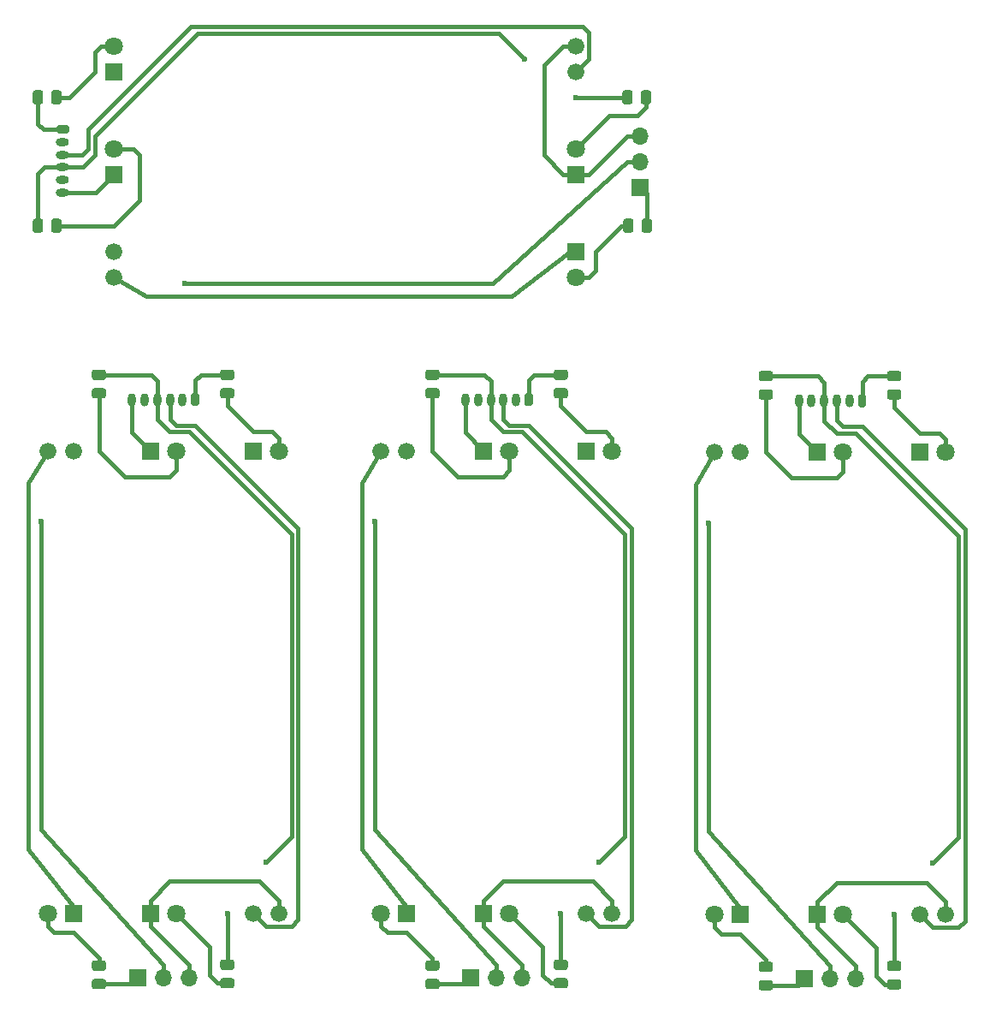
<source format=gtl>
%MOIN*%
%OFA0B0*%
%FSLAX46Y46*%
%IPPOS*%
%LPD*%
%ADD10O,0.031496062992125991X0.051181102362204731*%
%ADD11R,0.066929133858267723X0.066929133858267723*%
%ADD12O,0.066929133858267723X0.066929133858267723*%
%ADD13C,0.066*%
%ADD14R,0.070866141732283464X0.070866141732283464*%
%ADD15C,0.070866141732283464*%
%ADD16C,0.023622047244094488*%
%ADD17C,0.016*%
%ADD28O,0.051181102362204731X0.031496062992125991*%
%ADD29R,0.066929133858267723X0.066929133858267723*%
%ADD30O,0.066929133858267723X0.066929133858267723*%
%ADD31C,0.066*%
%ADD32R,0.070866141732283464X0.070866141732283464*%
%ADD33C,0.070866141732283464*%
%ADD34C,0.023622047244094488*%
%ADD35C,0.016*%
%ADD36O,0.031496062992125991X0.051181102362204731*%
%ADD37R,0.066929133858267723X0.066929133858267723*%
%ADD38O,0.066929133858267723X0.066929133858267723*%
%ADD39C,0.066*%
%ADD40R,0.070866141732283464X0.070866141732283464*%
%ADD41C,0.070866141732283464*%
%ADD42C,0.023622047244094488*%
%ADD43C,0.016*%
%ADD44O,0.031496062992125991X0.051181102362204731*%
%ADD45R,0.066929133858267723X0.066929133858267723*%
%ADD46O,0.066929133858267723X0.066929133858267723*%
%ADD47C,0.066*%
%ADD48R,0.070866141732283464X0.070866141732283464*%
%ADD49C,0.070866141732283464*%
%ADD50C,0.023622047244094488*%
%ADD51C,0.016*%
G01*
G36*
G01*
X0000867716Y0000129822D02*
X0000832283Y0000129822D01*
G75*
G02*
X0000822440Y0000139665J0000009842D01*
G01*
X0000822440Y0000160334D01*
G75*
G02*
X0000832283Y0000170177I0000009842D01*
G01*
X0000867716Y0000170177D01*
G75*
G02*
X0000877559Y0000160334J-0000009842D01*
G01*
X0000877559Y0000139665D01*
G75*
G02*
X0000867716Y0000129822I-0000009842D01*
G01*
G37*
G36*
G01*
X0000867716Y0000057972D02*
X0000832283Y0000057972D01*
G75*
G02*
X0000822440Y0000067814J0000009842D01*
G01*
X0000822440Y0000088484D01*
G75*
G02*
X0000832283Y0000098326I0000009842D01*
G01*
X0000867716Y0000098326D01*
G75*
G02*
X0000877559Y0000088484J-0000009842D01*
G01*
X0000877559Y0000067814D01*
G75*
G02*
X0000867716Y0000057972I-0000009842D01*
G01*
G37*
G36*
G01*
X0000740748Y0002367716D02*
X0000740748Y0002332283D01*
G75*
G02*
X0000732874Y0002324409I-0000007874D01*
G01*
X0000717125Y0002324409D01*
G75*
G02*
X0000709251Y0002332283J0000007874D01*
G01*
X0000709251Y0002367716D01*
G75*
G02*
X0000717125Y0002375590I0000007874D01*
G01*
X0000732874Y0002375590D01*
G75*
G02*
X0000740748Y0002367716J-0000007874D01*
G01*
G37*
D10*
X0000675787Y0002350000D03*
X0000626574Y0002350000D03*
X0000577362Y0002350000D03*
X0000528149Y0002350000D03*
X0000478937Y0002350000D03*
D11*
X0000500000Y0000099999D03*
D12*
X0000600000Y0000099999D03*
X0000700000Y0000099999D03*
D13*
X0001049999Y0000350787D03*
X0000950000Y0000350787D03*
X0000150000Y0002149999D03*
X0000250000Y0002149999D03*
D14*
X0000950000Y0002149999D03*
D15*
X0001049999Y0002149999D03*
D14*
X0000250000Y0000349999D03*
D15*
X0000150000Y0000349999D03*
D14*
X0000549999Y0002149999D03*
D15*
X0000650000Y0002149999D03*
D14*
X0000549999Y0000349999D03*
D15*
X0000650000Y0000349999D03*
G36*
G01*
X0000867716Y0002354822D02*
X0000832283Y0002354822D01*
G75*
G02*
X0000822440Y0002364665J0000009842D01*
G01*
X0000822440Y0002385334D01*
G75*
G02*
X0000832283Y0002395177I0000009842D01*
G01*
X0000867716Y0002395177D01*
G75*
G02*
X0000877559Y0002385334J-0000009842D01*
G01*
X0000877559Y0002364665D01*
G75*
G02*
X0000867716Y0002354822I-0000009842D01*
G01*
G37*
G36*
G01*
X0000867716Y0002426673D02*
X0000832283Y0002426673D01*
G75*
G02*
X0000822440Y0002436515J0000009842D01*
G01*
X0000822440Y0002457185D01*
G75*
G02*
X0000832283Y0002467027I0000009842D01*
G01*
X0000867716Y0002467027D01*
G75*
G02*
X0000877559Y0002457185J-0000009842D01*
G01*
X0000877559Y0002436515D01*
G75*
G02*
X0000867716Y0002426673I-0000009842D01*
G01*
G37*
G36*
G01*
X0000332283Y0000095177D02*
X0000367716Y0000095177D01*
G75*
G02*
X0000377559Y0000085334J-0000009842D01*
G01*
X0000377559Y0000064665D01*
G75*
G02*
X0000367716Y0000054822I-0000009842D01*
G01*
X0000332283Y0000054822D01*
G75*
G02*
X0000322440Y0000064665J0000009842D01*
G01*
X0000322440Y0000085334D01*
G75*
G02*
X0000332283Y0000095177I0000009842D01*
G01*
G37*
G36*
G01*
X0000332283Y0000167027D02*
X0000367716Y0000167027D01*
G75*
G02*
X0000377559Y0000157185J-0000009842D01*
G01*
X0000377559Y0000136515D01*
G75*
G02*
X0000367716Y0000126673I-0000009842D01*
G01*
X0000332283Y0000126673D01*
G75*
G02*
X0000322440Y0000136515J0000009842D01*
G01*
X0000322440Y0000157185D01*
G75*
G02*
X0000332283Y0000167027I0000009842D01*
G01*
G37*
G36*
G01*
X0000367716Y0002354822D02*
X0000332283Y0002354822D01*
G75*
G02*
X0000322440Y0002364665J0000009842D01*
G01*
X0000322440Y0002385334D01*
G75*
G02*
X0000332283Y0002395177I0000009842D01*
G01*
X0000367716Y0002395177D01*
G75*
G02*
X0000377559Y0002385334J-0000009842D01*
G01*
X0000377559Y0002364665D01*
G75*
G02*
X0000367716Y0002354822I-0000009842D01*
G01*
G37*
G36*
G01*
X0000367716Y0002426673D02*
X0000332283Y0002426673D01*
G75*
G02*
X0000322440Y0002436515J0000009842D01*
G01*
X0000322440Y0002457185D01*
G75*
G02*
X0000332283Y0002467027I0000009842D01*
G01*
X0000367716Y0002467027D01*
G75*
G02*
X0000377559Y0002457185J-0000009842D01*
G01*
X0000377559Y0002436515D01*
G75*
G02*
X0000367716Y0002426673I-0000009842D01*
G01*
G37*
D16*
X0000125000Y0001874999D03*
X0001000000Y0000549999D03*
X0000850000Y0000349999D03*
D17*
X0000478937Y0002221062D02*
X0000549999Y0002149999D01*
X0000478937Y0002324999D02*
X0000478937Y0002221062D01*
X0000549999Y0000349999D02*
X0000549999Y0000300000D01*
X0000700000Y0000150000D02*
X0000700000Y0000099999D01*
X0000549999Y0000300000D02*
X0000700000Y0000150000D01*
X0001049999Y0000350787D02*
X0001049999Y0000399999D01*
X0001049999Y0000399999D02*
X0000975000Y0000474999D01*
X0000975000Y0000474999D02*
X0000625000Y0000474999D01*
X0000549999Y0000399999D02*
X0000549999Y0000349999D01*
X0000625000Y0000474999D02*
X0000549999Y0000399999D01*
X0000075000Y0002024999D02*
X0000075000Y0000599999D01*
X0000250000Y0000374999D02*
X0000250000Y0000349999D01*
X0000075000Y0000599999D02*
X0000250000Y0000374999D01*
X0000150000Y0002149999D02*
X0000075000Y0002024999D01*
X0000850000Y0002446850D02*
X0000746850Y0002446850D01*
X0000746850Y0002446850D02*
X0000725000Y0002424999D01*
X0000475000Y0000075000D02*
X0000500000Y0000099999D01*
X0000350000Y0000075000D02*
X0000475000Y0000075000D01*
X0000725000Y0002424999D02*
X0000725000Y0002350000D01*
X0000150000Y0000349999D02*
X0000150000Y0000300000D01*
X0000150000Y0000300000D02*
X0000175000Y0000274999D01*
X0000175000Y0000274999D02*
X0000250000Y0000274999D01*
X0000350000Y0000174999D02*
X0000350000Y0000146850D01*
X0000250000Y0000274999D02*
X0000350000Y0000174999D01*
X0001049999Y0002149999D02*
X0001049999Y0002199999D01*
X0001049999Y0002199999D02*
X0001025000Y0002224999D01*
X0001025000Y0002224999D02*
X0000950000Y0002224999D01*
X0000850000Y0002324999D02*
X0000850000Y0002374999D01*
X0000950000Y0002224999D02*
X0000850000Y0002324999D01*
X0000950000Y0000350787D02*
X0001000000Y0000300787D01*
X0001000000Y0000300787D02*
X0001100787Y0000300787D01*
X0001100787Y0000300787D02*
X0001124999Y0000324999D01*
X0001124999Y0000324999D02*
X0001124999Y0001849999D01*
X0001124999Y0001849999D02*
X0000725000Y0002249999D01*
X0000725000Y0002249999D02*
X0000650000Y0002249999D01*
X0000626574Y0002273425D02*
X0000626574Y0002324999D01*
X0000650000Y0002249999D02*
X0000626574Y0002273425D01*
X0000600000Y0000099999D02*
X0000600000Y0000150000D01*
X0000600000Y0000150000D02*
X0000125000Y0000674999D01*
X0000125000Y0000674999D02*
X0000125000Y0001874999D01*
X0000650000Y0002149999D02*
X0000650000Y0002074999D01*
X0000650000Y0002074999D02*
X0000625000Y0002049999D01*
X0000625000Y0002049999D02*
X0000450000Y0002049999D01*
X0000350000Y0002149999D02*
X0000350000Y0002374999D01*
X0000450000Y0002049999D02*
X0000350000Y0002149999D01*
X0000850000Y0000078149D02*
X0000811850Y0000078149D01*
X0000811850Y0000078149D02*
X0000780000Y0000109999D01*
X0000780000Y0000219999D02*
X0000650000Y0000349999D01*
X0000780000Y0000109999D02*
X0000780000Y0000219999D01*
X0000850000Y0000150000D02*
X0000850000Y0000146850D01*
X0000577362Y0002324999D02*
X0000577362Y0002422637D01*
X0000553149Y0002446850D02*
X0000350000Y0002446850D01*
X0000577362Y0002422637D02*
X0000553149Y0002446850D01*
X0000577362Y0002324999D02*
X0000577362Y0002272637D01*
X0000577362Y0002272637D02*
X0000625000Y0002224999D01*
X0000625000Y0002224999D02*
X0000700000Y0002224999D01*
X0000700000Y0002224999D02*
X0001100000Y0001824999D01*
X0001100000Y0000649999D02*
X0001000000Y0000549999D01*
X0001100000Y0001824999D02*
X0001100000Y0000649999D01*
X0000850000Y0000349999D02*
X0000850000Y0000249999D01*
X0000850000Y0000249999D02*
X0000850000Y0000150000D01*
G04 next file*
G04 Gerber Fmt 4.6, Leading zero omitted, Abs format (unit mm)*
G04 Created by KiCad (PCBNEW (5.1.10)-1) date 2021-09-22 20:24:30*
G01*
G04 APERTURE LIST*
G04 APERTURE END LIST*
G36*
G01*
X0002429232Y0003544881D02*
X0002429232Y0003509448D01*
G75*
G02*
X0002419389Y0003499606I-0000009842D01*
G01*
X0002398720Y0003499606D01*
G75*
G02*
X0002388878Y0003509448J0000009842D01*
G01*
X0002388878Y0003544881D01*
G75*
G02*
X0002398720Y0003554724I0000009842D01*
G01*
X0002419389Y0003554724D01*
G75*
G02*
X0002429232Y0003544881J-0000009842D01*
G01*
G37*
G36*
G01*
X0002501082Y0003544881D02*
X0002501082Y0003509448D01*
G75*
G02*
X0002491240Y0003499606I-0000009842D01*
G01*
X0002470570Y0003499606D01*
G75*
G02*
X0002460728Y0003509448J0000009842D01*
G01*
X0002460728Y0003544881D01*
G75*
G02*
X0002470570Y0003554724I0000009842D01*
G01*
X0002491240Y0003554724D01*
G75*
G02*
X0002501082Y0003544881J-0000009842D01*
G01*
G37*
G36*
G01*
X0000191338Y0003417913D02*
X0000226771Y0003417913D01*
G75*
G02*
X0000234645Y0003410039J-0000007874D01*
G01*
X0000234645Y0003394291D01*
G75*
G02*
X0000226771Y0003386417I-0000007874D01*
G01*
X0000191338Y0003386417D01*
G75*
G02*
X0000183464Y0003394291J0000007874D01*
G01*
X0000183464Y0003410039D01*
G75*
G02*
X0000191338Y0003417913I0000007874D01*
G01*
G37*
D28*
X0000209055Y0003352952D03*
X0000209055Y0003303740D03*
X0000209055Y0003254527D03*
X0000209055Y0003205314D03*
X0000209055Y0003156102D03*
D29*
X0002459055Y0003177165D03*
D30*
X0002459055Y0003277165D03*
X0002459055Y0003377165D03*
D31*
X0002208267Y0003727165D03*
X0002208267Y0003627165D03*
X0000409055Y0002827165D03*
X0000409055Y0002927165D03*
D32*
X0000409055Y0003627165D03*
D33*
X0000409055Y0003727165D03*
D32*
X0002209055Y0002927165D03*
D33*
X0002209055Y0002827165D03*
D32*
X0000409055Y0003227165D03*
D33*
X0000409055Y0003327165D03*
D32*
X0002209055Y0003227165D03*
D33*
X0002209055Y0003327165D03*
G36*
G01*
X0000204232Y0003544881D02*
X0000204232Y0003509448D01*
G75*
G02*
X0000194389Y0003499606I-0000009842D01*
G01*
X0000173720Y0003499606D01*
G75*
G02*
X0000163878Y0003509448J0000009842D01*
G01*
X0000163878Y0003544881D01*
G75*
G02*
X0000173720Y0003554724I0000009842D01*
G01*
X0000194389Y0003554724D01*
G75*
G02*
X0000204232Y0003544881J-0000009842D01*
G01*
G37*
G36*
G01*
X0000132381Y0003544881D02*
X0000132381Y0003509448D01*
G75*
G02*
X0000122539Y0003499606I-0000009842D01*
G01*
X0000101870Y0003499606D01*
G75*
G02*
X0000092027Y0003509448J0000009842D01*
G01*
X0000092027Y0003544881D01*
G75*
G02*
X0000101870Y0003554724I0000009842D01*
G01*
X0000122539Y0003554724D01*
G75*
G02*
X0000132381Y0003544881J-0000009842D01*
G01*
G37*
G36*
G01*
X0002463878Y0003009448D02*
X0002463878Y0003044881D01*
G75*
G02*
X0002473720Y0003054724I0000009842D01*
G01*
X0002494389Y0003054724D01*
G75*
G02*
X0002504232Y0003044881J-0000009842D01*
G01*
X0002504232Y0003009448D01*
G75*
G02*
X0002494389Y0002999606I-0000009842D01*
G01*
X0002473720Y0002999606D01*
G75*
G02*
X0002463878Y0003009448J0000009842D01*
G01*
G37*
G36*
G01*
X0002392027Y0003009448D02*
X0002392027Y0003044881D01*
G75*
G02*
X0002401870Y0003054724I0000009842D01*
G01*
X0002422539Y0003054724D01*
G75*
G02*
X0002432381Y0003044881J-0000009842D01*
G01*
X0002432381Y0003009448D01*
G75*
G02*
X0002422539Y0002999606I-0000009842D01*
G01*
X0002401870Y0002999606D01*
G75*
G02*
X0002392027Y0003009448J0000009842D01*
G01*
G37*
G36*
G01*
X0000204232Y0003044881D02*
X0000204232Y0003009448D01*
G75*
G02*
X0000194389Y0002999606I-0000009842D01*
G01*
X0000173720Y0002999606D01*
G75*
G02*
X0000163878Y0003009448J0000009842D01*
G01*
X0000163878Y0003044881D01*
G75*
G02*
X0000173720Y0003054724I0000009842D01*
G01*
X0000194389Y0003054724D01*
G75*
G02*
X0000204232Y0003044881J-0000009842D01*
G01*
G37*
G36*
G01*
X0000132381Y0003044881D02*
X0000132381Y0003009448D01*
G75*
G02*
X0000122539Y0002999606I-0000009842D01*
G01*
X0000101870Y0002999606D01*
G75*
G02*
X0000092027Y0003009448J0000009842D01*
G01*
X0000092027Y0003044881D01*
G75*
G02*
X0000101870Y0003054724I0000009842D01*
G01*
X0000122539Y0003054724D01*
G75*
G02*
X0000132381Y0003044881J-0000009842D01*
G01*
G37*
D34*
X0000684055Y0002802165D03*
X0002009055Y0003677165D03*
X0002209055Y0003527165D03*
D35*
X0000337992Y0003156102D02*
X0000409055Y0003227165D01*
X0000234055Y0003156102D02*
X0000337992Y0003156102D01*
X0002209055Y0003227165D02*
X0002259055Y0003227165D01*
X0002409055Y0003377165D02*
X0002459055Y0003377165D01*
X0002259055Y0003227165D02*
X0002409055Y0003377165D01*
X0002208267Y0003727165D02*
X0002159055Y0003727165D01*
X0002159055Y0003727165D02*
X0002084055Y0003652165D01*
X0002084055Y0003652165D02*
X0002084055Y0003302165D01*
X0002159055Y0003227165D02*
X0002209055Y0003227165D01*
X0002084055Y0003302165D02*
X0002159055Y0003227165D01*
X0000534055Y0002752165D02*
X0001959055Y0002752165D01*
X0002184055Y0002927165D02*
X0002209055Y0002927165D01*
X0001959055Y0002752165D02*
X0002184055Y0002927165D01*
X0000409055Y0002827165D02*
X0000534055Y0002752165D01*
X0000112204Y0003527165D02*
X0000112204Y0003424015D01*
X0000112204Y0003424015D02*
X0000134055Y0003402165D01*
X0002484055Y0003152165D02*
X0002459055Y0003177165D01*
X0002484055Y0003027165D02*
X0002484055Y0003152165D01*
X0000134055Y0003402165D02*
X0000209055Y0003402165D01*
X0002209055Y0002827165D02*
X0002259055Y0002827165D01*
X0002259055Y0002827165D02*
X0002284055Y0002852165D01*
X0002284055Y0002852165D02*
X0002284055Y0002927165D01*
X0002384055Y0003027165D02*
X0002412204Y0003027165D01*
X0002284055Y0002927165D02*
X0002384055Y0003027165D01*
X0000409055Y0003727165D02*
X0000359055Y0003727165D01*
X0000359055Y0003727165D02*
X0000334055Y0003702165D01*
X0000334055Y0003702165D02*
X0000334055Y0003627165D01*
X0000234055Y0003527165D02*
X0000184055Y0003527165D01*
X0000334055Y0003627165D02*
X0000234055Y0003527165D01*
X0002208267Y0003627165D02*
X0002258267Y0003677165D01*
X0002258267Y0003677165D02*
X0002258267Y0003777952D01*
X0002258267Y0003777952D02*
X0002234055Y0003802165D01*
X0002234055Y0003802165D02*
X0000709055Y0003802165D01*
X0000709055Y0003802165D02*
X0000309055Y0003402165D01*
X0000309055Y0003402165D02*
X0000309055Y0003327165D01*
X0000285630Y0003303740D02*
X0000234055Y0003303740D01*
X0000309055Y0003327165D02*
X0000285630Y0003303740D01*
X0002459055Y0003277165D02*
X0002409055Y0003277165D01*
X0002409055Y0003277165D02*
X0001884055Y0002802165D01*
X0001884055Y0002802165D02*
X0000684055Y0002802165D01*
X0000409055Y0003327165D02*
X0000484055Y0003327165D01*
X0000484055Y0003327165D02*
X0000509055Y0003302165D01*
X0000509055Y0003302165D02*
X0000509055Y0003127165D01*
X0000409055Y0003027165D02*
X0000184055Y0003027165D01*
X0000509055Y0003127165D02*
X0000409055Y0003027165D01*
X0002480905Y0003527165D02*
X0002480905Y0003489015D01*
X0002480905Y0003489015D02*
X0002449055Y0003457165D01*
X0002339055Y0003457165D02*
X0002209055Y0003327165D01*
X0002449055Y0003457165D02*
X0002339055Y0003457165D01*
X0002409055Y0003527165D02*
X0002412204Y0003527165D01*
X0000234055Y0003254527D02*
X0000136417Y0003254527D01*
X0000112204Y0003230314D02*
X0000112204Y0003027165D01*
X0000136417Y0003254527D02*
X0000112204Y0003230314D01*
X0000234055Y0003254527D02*
X0000286417Y0003254527D01*
X0000286417Y0003254527D02*
X0000334055Y0003302165D01*
X0000334055Y0003302165D02*
X0000334055Y0003377165D01*
X0000334055Y0003377165D02*
X0000734055Y0003777165D01*
X0001909055Y0003777165D02*
X0002009055Y0003677165D01*
X0000734055Y0003777165D02*
X0001909055Y0003777165D01*
X0002209055Y0003527165D02*
X0002309055Y0003527165D01*
X0002309055Y0003527165D02*
X0002409055Y0003527165D01*
G04 next file*
G04 Gerber Fmt 4.6, Leading zero omitted, Abs format (unit mm)*
G04 Created by KiCad (PCBNEW (5.1.10)-1) date 2021-09-22 20:24:30*
G01*
G04 APERTURE LIST*
G04 APERTURE END LIST*
G36*
G01*
X0003465905Y0000124744D02*
X0003430472Y0000124744D01*
G75*
G02*
X0003420629Y0000134586J0000009842D01*
G01*
X0003420629Y0000155255D01*
G75*
G02*
X0003430472Y0000165098I0000009842D01*
G01*
X0003465905Y0000165098D01*
G75*
G02*
X0003475748Y0000155255J-0000009842D01*
G01*
X0003475748Y0000134586D01*
G75*
G02*
X0003465905Y0000124744I-0000009842D01*
G01*
G37*
G36*
G01*
X0003465905Y0000052893D02*
X0003430472Y0000052893D01*
G75*
G02*
X0003420629Y0000062736J0000009842D01*
G01*
X0003420629Y0000083405D01*
G75*
G02*
X0003430472Y0000093248I0000009842D01*
G01*
X0003465905Y0000093248D01*
G75*
G02*
X0003475748Y0000083405J-0000009842D01*
G01*
X0003475748Y0000062736D01*
G75*
G02*
X0003465905Y0000052893I-0000009842D01*
G01*
G37*
G36*
G01*
X0003338937Y0002362637D02*
X0003338937Y0002327204D01*
G75*
G02*
X0003331062Y0002319330I-0000007874D01*
G01*
X0003315314Y0002319330D01*
G75*
G02*
X0003307440Y0002327204J0000007874D01*
G01*
X0003307440Y0002362637D01*
G75*
G02*
X0003315314Y0002370511I0000007874D01*
G01*
X0003331062Y0002370511D01*
G75*
G02*
X0003338937Y0002362637J-0000007874D01*
G01*
G37*
D36*
X0003273976Y0002344921D03*
X0003224763Y0002344921D03*
X0003175551Y0002344921D03*
X0003126338Y0002344921D03*
X0003077125Y0002344921D03*
D37*
X0003098188Y0000094921D03*
D38*
X0003198188Y0000094921D03*
X0003298188Y0000094921D03*
D39*
X0003648188Y0000345708D03*
X0003548188Y0000345708D03*
X0002748188Y0002144921D03*
X0002848188Y0002144921D03*
D40*
X0003548188Y0002144921D03*
D41*
X0003648188Y0002144921D03*
D40*
X0002848188Y0000344921D03*
D41*
X0002748188Y0000344921D03*
D40*
X0003148188Y0002144921D03*
D41*
X0003248188Y0002144921D03*
D40*
X0003148188Y0000344921D03*
D41*
X0003248188Y0000344921D03*
G36*
G01*
X0003465905Y0002349744D02*
X0003430472Y0002349744D01*
G75*
G02*
X0003420629Y0002359586J0000009842D01*
G01*
X0003420629Y0002380255D01*
G75*
G02*
X0003430472Y0002390098I0000009842D01*
G01*
X0003465905Y0002390098D01*
G75*
G02*
X0003475748Y0002380255J-0000009842D01*
G01*
X0003475748Y0002359586D01*
G75*
G02*
X0003465905Y0002349744I-0000009842D01*
G01*
G37*
G36*
G01*
X0003465905Y0002421594D02*
X0003430472Y0002421594D01*
G75*
G02*
X0003420629Y0002431436J0000009842D01*
G01*
X0003420629Y0002452106D01*
G75*
G02*
X0003430472Y0002461948I0000009842D01*
G01*
X0003465905Y0002461948D01*
G75*
G02*
X0003475748Y0002452106J-0000009842D01*
G01*
X0003475748Y0002431436D01*
G75*
G02*
X0003465905Y0002421594I-0000009842D01*
G01*
G37*
G36*
G01*
X0002930472Y0000090098D02*
X0002965905Y0000090098D01*
G75*
G02*
X0002975748Y0000080255J-0000009842D01*
G01*
X0002975748Y0000059586D01*
G75*
G02*
X0002965905Y0000049744I-0000009842D01*
G01*
X0002930472Y0000049744D01*
G75*
G02*
X0002920629Y0000059586J0000009842D01*
G01*
X0002920629Y0000080255D01*
G75*
G02*
X0002930472Y0000090098I0000009842D01*
G01*
G37*
G36*
G01*
X0002930472Y0000161948D02*
X0002965905Y0000161948D01*
G75*
G02*
X0002975748Y0000152106J-0000009842D01*
G01*
X0002975748Y0000131436D01*
G75*
G02*
X0002965905Y0000121594I-0000009842D01*
G01*
X0002930472Y0000121594D01*
G75*
G02*
X0002920629Y0000131436J0000009842D01*
G01*
X0002920629Y0000152106D01*
G75*
G02*
X0002930472Y0000161948I0000009842D01*
G01*
G37*
G36*
G01*
X0002965905Y0002349744D02*
X0002930472Y0002349744D01*
G75*
G02*
X0002920629Y0002359586J0000009842D01*
G01*
X0002920629Y0002380255D01*
G75*
G02*
X0002930472Y0002390098I0000009842D01*
G01*
X0002965905Y0002390098D01*
G75*
G02*
X0002975748Y0002380255J-0000009842D01*
G01*
X0002975748Y0002359586D01*
G75*
G02*
X0002965905Y0002349744I-0000009842D01*
G01*
G37*
G36*
G01*
X0002965905Y0002421594D02*
X0002930472Y0002421594D01*
G75*
G02*
X0002920629Y0002431436J0000009842D01*
G01*
X0002920629Y0002452106D01*
G75*
G02*
X0002930472Y0002461948I0000009842D01*
G01*
X0002965905Y0002461948D01*
G75*
G02*
X0002975748Y0002452106J-0000009842D01*
G01*
X0002975748Y0002431436D01*
G75*
G02*
X0002965905Y0002421594I-0000009842D01*
G01*
G37*
D42*
X0002723188Y0001869921D03*
X0003598188Y0000544921D03*
X0003448188Y0000344921D03*
D43*
X0003077125Y0002215984D02*
X0003148188Y0002144921D01*
X0003077125Y0002319921D02*
X0003077125Y0002215984D01*
X0003148188Y0000344921D02*
X0003148188Y0000294921D01*
X0003298188Y0000144921D02*
X0003298188Y0000094921D01*
X0003148188Y0000294921D02*
X0003298188Y0000144921D01*
X0003648188Y0000345708D02*
X0003648188Y0000394921D01*
X0003648188Y0000394921D02*
X0003573188Y0000469921D01*
X0003573188Y0000469921D02*
X0003223188Y0000469921D01*
X0003148188Y0000394921D02*
X0003148188Y0000344921D01*
X0003223188Y0000469921D02*
X0003148188Y0000394921D01*
X0002673188Y0002019921D02*
X0002673188Y0000594921D01*
X0002848188Y0000369921D02*
X0002848188Y0000344921D01*
X0002673188Y0000594921D02*
X0002848188Y0000369921D01*
X0002748188Y0002144921D02*
X0002673188Y0002019921D01*
X0003448188Y0002441771D02*
X0003345039Y0002441771D01*
X0003345039Y0002441771D02*
X0003323188Y0002419921D01*
X0003073188Y0000069921D02*
X0003098188Y0000094921D01*
X0002948188Y0000069921D02*
X0003073188Y0000069921D01*
X0003323188Y0002419921D02*
X0003323188Y0002344921D01*
X0002748188Y0000344921D02*
X0002748188Y0000294921D01*
X0002748188Y0000294921D02*
X0002773188Y0000269921D01*
X0002773188Y0000269921D02*
X0002848188Y0000269921D01*
X0002948188Y0000169921D02*
X0002948188Y0000141771D01*
X0002848188Y0000269921D02*
X0002948188Y0000169921D01*
X0003648188Y0002144921D02*
X0003648188Y0002194921D01*
X0003648188Y0002194921D02*
X0003623188Y0002219921D01*
X0003623188Y0002219921D02*
X0003548188Y0002219921D01*
X0003448188Y0002319921D02*
X0003448188Y0002369921D01*
X0003548188Y0002219921D02*
X0003448188Y0002319921D01*
X0003548188Y0000345708D02*
X0003598188Y0000295708D01*
X0003598188Y0000295708D02*
X0003698976Y0000295708D01*
X0003698976Y0000295708D02*
X0003723188Y0000319921D01*
X0003723188Y0000319921D02*
X0003723188Y0001844921D01*
X0003723188Y0001844921D02*
X0003323188Y0002244921D01*
X0003323188Y0002244921D02*
X0003248188Y0002244921D01*
X0003224763Y0002268346D02*
X0003224763Y0002319921D01*
X0003248188Y0002244921D02*
X0003224763Y0002268346D01*
X0003198188Y0000094921D02*
X0003198188Y0000144921D01*
X0003198188Y0000144921D02*
X0002723188Y0000669921D01*
X0002723188Y0000669921D02*
X0002723188Y0001869921D01*
X0003248188Y0002144921D02*
X0003248188Y0002069921D01*
X0003248188Y0002069921D02*
X0003223188Y0002044921D01*
X0003223188Y0002044921D02*
X0003048188Y0002044921D01*
X0002948188Y0002144921D02*
X0002948188Y0002369921D01*
X0003048188Y0002044921D02*
X0002948188Y0002144921D01*
X0003448188Y0000073070D02*
X0003410039Y0000073070D01*
X0003410039Y0000073070D02*
X0003378188Y0000104921D01*
X0003378188Y0000214921D02*
X0003248188Y0000344921D01*
X0003378188Y0000104921D02*
X0003378188Y0000214921D01*
X0003448188Y0000144921D02*
X0003448188Y0000141771D01*
X0003175551Y0002319921D02*
X0003175551Y0002417559D01*
X0003151338Y0002441771D02*
X0002948188Y0002441771D01*
X0003175551Y0002417559D02*
X0003151338Y0002441771D01*
X0003175551Y0002319921D02*
X0003175551Y0002267559D01*
X0003175551Y0002267559D02*
X0003223188Y0002219921D01*
X0003223188Y0002219921D02*
X0003298188Y0002219921D01*
X0003298188Y0002219921D02*
X0003698188Y0001819921D01*
X0003698188Y0000644921D02*
X0003598188Y0000544921D01*
X0003698188Y0001819921D02*
X0003698188Y0000644921D01*
X0003448188Y0000344921D02*
X0003448188Y0000244921D01*
X0003448188Y0000244921D02*
X0003448188Y0000144921D01*
G04 next file*
G04 Gerber Fmt 4.6, Leading zero omitted, Abs format (unit mm)*
G04 Created by KiCad (PCBNEW (5.1.10)-1) date 2021-09-22 20:24:30*
G01*
G04 APERTURE LIST*
G04 APERTURE END LIST*
G36*
G01*
X0002166929Y0000129822D02*
X0002131496Y0000129822D01*
G75*
G02*
X0002121653Y0000139665J0000009842D01*
G01*
X0002121653Y0000160334D01*
G75*
G02*
X0002131496Y0000170177I0000009842D01*
G01*
X0002166929Y0000170177D01*
G75*
G02*
X0002176771Y0000160334J-0000009842D01*
G01*
X0002176771Y0000139665D01*
G75*
G02*
X0002166929Y0000129822I-0000009842D01*
G01*
G37*
G36*
G01*
X0002166929Y0000057972D02*
X0002131496Y0000057972D01*
G75*
G02*
X0002121653Y0000067814J0000009842D01*
G01*
X0002121653Y0000088484D01*
G75*
G02*
X0002131496Y0000098326I0000009842D01*
G01*
X0002166929Y0000098326D01*
G75*
G02*
X0002176771Y0000088484J-0000009842D01*
G01*
X0002176771Y0000067814D01*
G75*
G02*
X0002166929Y0000057972I-0000009842D01*
G01*
G37*
G36*
G01*
X0002039960Y0002367716D02*
X0002039960Y0002332283D01*
G75*
G02*
X0002032086Y0002324409I-0000007874D01*
G01*
X0002016338Y0002324409D01*
G75*
G02*
X0002008464Y0002332283J0000007874D01*
G01*
X0002008464Y0002367716D01*
G75*
G02*
X0002016338Y0002375590I0000007874D01*
G01*
X0002032086Y0002375590D01*
G75*
G02*
X0002039960Y0002367716J-0000007874D01*
G01*
G37*
D44*
X0001975000Y0002350000D03*
X0001925787Y0002350000D03*
X0001876574Y0002350000D03*
X0001827362Y0002350000D03*
X0001778149Y0002350000D03*
D45*
X0001799212Y0000099999D03*
D46*
X0001899212Y0000099999D03*
X0001999212Y0000099999D03*
D47*
X0002349212Y0000350787D03*
X0002249212Y0000350787D03*
X0001449212Y0002149999D03*
X0001549212Y0002149999D03*
D48*
X0002249212Y0002149999D03*
D49*
X0002349212Y0002149999D03*
D48*
X0001549212Y0000349999D03*
D49*
X0001449212Y0000349999D03*
D48*
X0001849212Y0002149999D03*
D49*
X0001949212Y0002149999D03*
D48*
X0001849212Y0000349999D03*
D49*
X0001949212Y0000349999D03*
G36*
G01*
X0002166929Y0002354822D02*
X0002131496Y0002354822D01*
G75*
G02*
X0002121653Y0002364665J0000009842D01*
G01*
X0002121653Y0002385334D01*
G75*
G02*
X0002131496Y0002395177I0000009842D01*
G01*
X0002166929Y0002395177D01*
G75*
G02*
X0002176771Y0002385334J-0000009842D01*
G01*
X0002176771Y0002364665D01*
G75*
G02*
X0002166929Y0002354822I-0000009842D01*
G01*
G37*
G36*
G01*
X0002166929Y0002426673D02*
X0002131496Y0002426673D01*
G75*
G02*
X0002121653Y0002436515J0000009842D01*
G01*
X0002121653Y0002457185D01*
G75*
G02*
X0002131496Y0002467027I0000009842D01*
G01*
X0002166929Y0002467027D01*
G75*
G02*
X0002176771Y0002457185J-0000009842D01*
G01*
X0002176771Y0002436515D01*
G75*
G02*
X0002166929Y0002426673I-0000009842D01*
G01*
G37*
G36*
G01*
X0001631496Y0000095177D02*
X0001666929Y0000095177D01*
G75*
G02*
X0001676771Y0000085334J-0000009842D01*
G01*
X0001676771Y0000064665D01*
G75*
G02*
X0001666929Y0000054822I-0000009842D01*
G01*
X0001631496Y0000054822D01*
G75*
G02*
X0001621653Y0000064665J0000009842D01*
G01*
X0001621653Y0000085334D01*
G75*
G02*
X0001631496Y0000095177I0000009842D01*
G01*
G37*
G36*
G01*
X0001631496Y0000167027D02*
X0001666929Y0000167027D01*
G75*
G02*
X0001676771Y0000157185J-0000009842D01*
G01*
X0001676771Y0000136515D01*
G75*
G02*
X0001666929Y0000126673I-0000009842D01*
G01*
X0001631496Y0000126673D01*
G75*
G02*
X0001621653Y0000136515J0000009842D01*
G01*
X0001621653Y0000157185D01*
G75*
G02*
X0001631496Y0000167027I0000009842D01*
G01*
G37*
G36*
G01*
X0001666929Y0002354822D02*
X0001631496Y0002354822D01*
G75*
G02*
X0001621653Y0002364665J0000009842D01*
G01*
X0001621653Y0002385334D01*
G75*
G02*
X0001631496Y0002395177I0000009842D01*
G01*
X0001666929Y0002395177D01*
G75*
G02*
X0001676771Y0002385334J-0000009842D01*
G01*
X0001676771Y0002364665D01*
G75*
G02*
X0001666929Y0002354822I-0000009842D01*
G01*
G37*
G36*
G01*
X0001666929Y0002426673D02*
X0001631496Y0002426673D01*
G75*
G02*
X0001621653Y0002436515J0000009842D01*
G01*
X0001621653Y0002457185D01*
G75*
G02*
X0001631496Y0002467027I0000009842D01*
G01*
X0001666929Y0002467027D01*
G75*
G02*
X0001676771Y0002457185J-0000009842D01*
G01*
X0001676771Y0002436515D01*
G75*
G02*
X0001666929Y0002426673I-0000009842D01*
G01*
G37*
D50*
X0001424212Y0001874999D03*
X0002299212Y0000549999D03*
X0002149212Y0000349999D03*
D51*
X0001778149Y0002221062D02*
X0001849212Y0002149999D01*
X0001778149Y0002324999D02*
X0001778149Y0002221062D01*
X0001849212Y0000349999D02*
X0001849212Y0000300000D01*
X0001999212Y0000150000D02*
X0001999212Y0000099999D01*
X0001849212Y0000300000D02*
X0001999212Y0000150000D01*
X0002349212Y0000350787D02*
X0002349212Y0000399999D01*
X0002349212Y0000399999D02*
X0002274212Y0000474999D01*
X0002274212Y0000474999D02*
X0001924212Y0000474999D01*
X0001849212Y0000399999D02*
X0001849212Y0000349999D01*
X0001924212Y0000474999D02*
X0001849212Y0000399999D01*
X0001374212Y0002024999D02*
X0001374212Y0000599999D01*
X0001549212Y0000374999D02*
X0001549212Y0000349999D01*
X0001374212Y0000599999D02*
X0001549212Y0000374999D01*
X0001449212Y0002149999D02*
X0001374212Y0002024999D01*
X0002149212Y0002446850D02*
X0002046062Y0002446850D01*
X0002046062Y0002446850D02*
X0002024212Y0002424999D01*
X0001774212Y0000075000D02*
X0001799212Y0000099999D01*
X0001649212Y0000075000D02*
X0001774212Y0000075000D01*
X0002024212Y0002424999D02*
X0002024212Y0002350000D01*
X0001449212Y0000349999D02*
X0001449212Y0000300000D01*
X0001449212Y0000300000D02*
X0001474212Y0000274999D01*
X0001474212Y0000274999D02*
X0001549212Y0000274999D01*
X0001649212Y0000174999D02*
X0001649212Y0000146850D01*
X0001549212Y0000274999D02*
X0001649212Y0000174999D01*
X0002349212Y0002149999D02*
X0002349212Y0002199999D01*
X0002349212Y0002199999D02*
X0002324212Y0002224999D01*
X0002324212Y0002224999D02*
X0002249212Y0002224999D01*
X0002149212Y0002324999D02*
X0002149212Y0002374999D01*
X0002249212Y0002224999D02*
X0002149212Y0002324999D01*
X0002249212Y0000350787D02*
X0002299212Y0000300787D01*
X0002299212Y0000300787D02*
X0002400000Y0000300787D01*
X0002400000Y0000300787D02*
X0002424212Y0000324999D01*
X0002424212Y0000324999D02*
X0002424212Y0001849999D01*
X0002424212Y0001849999D02*
X0002024212Y0002249999D01*
X0002024212Y0002249999D02*
X0001949212Y0002249999D01*
X0001925787Y0002273425D02*
X0001925787Y0002324999D01*
X0001949212Y0002249999D02*
X0001925787Y0002273425D01*
X0001899212Y0000099999D02*
X0001899212Y0000150000D01*
X0001899212Y0000150000D02*
X0001424212Y0000674999D01*
X0001424212Y0000674999D02*
X0001424212Y0001874999D01*
X0001949212Y0002149999D02*
X0001949212Y0002074999D01*
X0001949212Y0002074999D02*
X0001924212Y0002049999D01*
X0001924212Y0002049999D02*
X0001749212Y0002049999D01*
X0001649212Y0002149999D02*
X0001649212Y0002374999D01*
X0001749212Y0002049999D02*
X0001649212Y0002149999D01*
X0002149212Y0000078149D02*
X0002111062Y0000078149D01*
X0002111062Y0000078149D02*
X0002079212Y0000109999D01*
X0002079212Y0000219999D02*
X0001949212Y0000349999D01*
X0002079212Y0000109999D02*
X0002079212Y0000219999D01*
X0002149212Y0000150000D02*
X0002149212Y0000146850D01*
X0001876574Y0002324999D02*
X0001876574Y0002422637D01*
X0001852362Y0002446850D02*
X0001649212Y0002446850D01*
X0001876574Y0002422637D02*
X0001852362Y0002446850D01*
X0001876574Y0002324999D02*
X0001876574Y0002272637D01*
X0001876574Y0002272637D02*
X0001924212Y0002224999D01*
X0001924212Y0002224999D02*
X0001999212Y0002224999D01*
X0001999212Y0002224999D02*
X0002399212Y0001824999D01*
X0002399212Y0000649999D02*
X0002299212Y0000549999D01*
X0002399212Y0001824999D02*
X0002399212Y0000649999D01*
X0002149212Y0000349999D02*
X0002149212Y0000249999D01*
X0002149212Y0000249999D02*
X0002149212Y0000150000D01*
M02*
</source>
